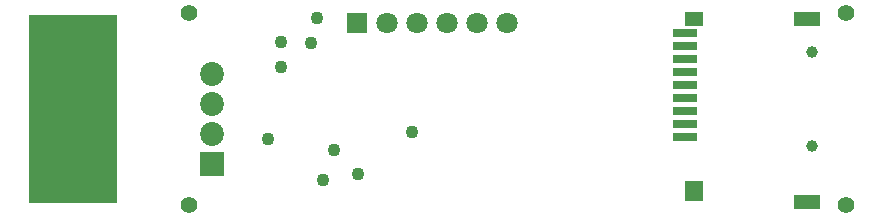
<source format=gbr>
G04 DipTrace 4.3.0.3*
G04 BottomMask.gbr*
%MOIN*%
G04 #@! TF.FileFunction,Soldermask,Bot*
G04 #@! TF.Part,Single*
%ADD28C,0.03937*%
%ADD33C,0.055118*%
%ADD34C,0.043307*%
%ADD45C,0.079528*%
%ADD47R,0.079528X0.079528*%
%ADD49C,0.070866*%
%ADD51R,0.070866X0.070866*%
%ADD53R,0.090551X0.051181*%
%ADD55R,0.059055X0.051181*%
%ADD57R,0.059055X0.066929*%
%ADD59R,0.082677X0.031496*%
%ADD61R,0.259843X0.074803*%
%FSLAX26Y26*%
G04*
G70*
G90*
G75*
G01*
G04 BotMask*
%LPD*%
D33*
X922441Y431211D3*
X922440Y1068702D3*
X3113067D3*
Y431201D3*
G36*
X683883Y1062451D2*
X390921D1*
Y437451D1*
X683883D1*
Y1062451D1*
G37*
D61*
X540576Y499951D3*
Y599951D3*
Y699951D3*
Y799951D3*
Y899951D3*
Y999951D3*
D59*
X2578692Y656448D3*
Y699755D3*
Y743062D3*
Y786369D3*
Y829676D3*
Y872983D3*
Y916290D3*
Y959597D3*
Y1002904D3*
D57*
X2606251Y475345D3*
D55*
Y1050148D3*
D53*
X2984203D3*
Y439912D3*
D28*
X2999951Y624951D3*
Y939912D3*
D51*
X1484941Y1037451D3*
D49*
X1584941D3*
X1684941D3*
X1784941D3*
X1884941D3*
X1984941D3*
D47*
X1001285Y566772D3*
D45*
Y666772D3*
X1001294Y766772D3*
X1001285Y866772D3*
D34*
X1331816Y968701D3*
X1350567Y1053076D3*
X1666190Y671827D3*
X1406816Y612451D3*
X1369316Y512451D3*
X1488067Y534327D3*
X1188066Y649951D3*
X1231815Y890576D3*
Y971825D3*
M02*

</source>
